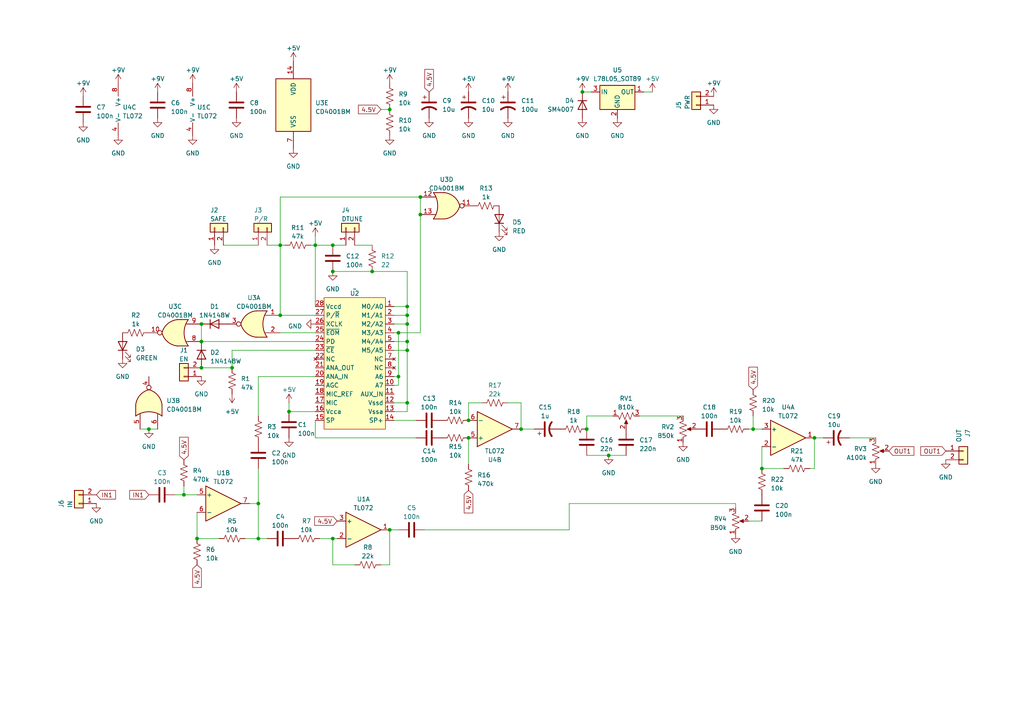
<source format=kicad_sch>
(kicad_sch (version 20230121) (generator eeschema)
  (paper "A4")
  (lib_symbols
    (symbol "Alex_Custom:ISD1000A"
      (property "Reference" "U" (at 0 0 0))
      (symbol "ISD1000A_0_1"
        (rectangle (start -8.89 -2.54) (end 8.89 -40.64) (fill (type background)))
      )
      (symbol "ISD1000A_1_1"
        (pin input line (at -11.43 -5.08 0) (length 2.54) (name "M0/A0") (number "1"))
        (pin input line (at -11.43 -27.94 0) (length 2.54) (name "A7") (number "10"))
        (pin input line (at -11.43 -30.48 0) (length 2.54) (name "AUX_IN") (number "11"))
        (pin power_in line (at -11.43 -33.02 0) (length 2.54) (name "Vssd") (number "12"))
        (pin power_in line (at -11.43 -35.56 0) (length 2.54) (name "Vssa") (number "13"))
        (pin output line (at -11.43 -38.1 0) (length 2.54) (name "SP+") (number "14"))
        (pin output line (at 11.43 -38.1 180) (length 2.54) (name "SP") (number "15"))
        (pin power_in line (at 11.43 -35.56 180) (length 2.54) (name "Vcca") (number "16"))
        (pin input line (at 11.43 -33.02 180) (length 2.54) (name "MIC") (number "17"))
        (pin input line (at 11.43 -30.48 180) (length 2.54) (name "MIC_REF") (number "18"))
        (pin input line (at 11.43 -27.94 180) (length 2.54) (name "AGC") (number "19"))
        (pin input line (at -11.43 -7.62 0) (length 2.54) (name "M1/A1") (number "2"))
        (pin input line (at 11.43 -25.4 180) (length 2.54) (name "ANA_IN") (number "20"))
        (pin output line (at 11.43 -22.86 180) (length 2.54) (name "ANA_OUT") (number "21"))
        (pin no_connect line (at 11.43 -20.32 180) (length 2.54) (name "NC") (number "22"))
        (pin input line (at 11.43 -17.78 180) (length 2.54) (name "~{CE}") (number "23"))
        (pin input line (at 11.43 -15.24 180) (length 2.54) (name "PD") (number "24"))
        (pin output line (at 11.43 -12.7 180) (length 2.54) (name "~{EOM}") (number "25"))
        (pin input line (at 11.43 -10.16 180) (length 2.54) (name "XCLK") (number "26"))
        (pin input line (at 11.43 -7.62 180) (length 2.54) (name "P/~{R}") (number "27"))
        (pin power_in line (at 11.43 -5.08 180) (length 2.54) (name "Vccd") (number "28"))
        (pin input line (at -11.43 -10.16 0) (length 2.54) (name "M2/A2") (number "3"))
        (pin input line (at -11.43 -12.7 0) (length 2.54) (name "M3/A3") (number "4"))
        (pin input line (at -11.43 -15.24 0) (length 2.54) (name "M4/A4") (number "5"))
        (pin input line (at -11.43 -17.78 0) (length 2.54) (name "M5/A5") (number "6"))
        (pin no_connect line (at -11.43 -20.32 0) (length 2.54) (name "NC") (number "7"))
        (pin no_connect line (at -11.43 -22.86 0) (length 2.54) (name "NC") (number "8"))
        (pin input line (at -11.43 -25.4 0) (length 2.54) (name "A6") (number "9"))
      )
    )
    (symbol "Amplifier_Operational:TL072" (pin_names (offset 0.127))
      (property "Reference" "U" (at 0 5.08 0))
      (property "Value" "TL072" (at 0 -5.08 0))
      (symbol "TL072_1_1"
        (polyline (pts (xy -5.08 5.08) (xy 5.08 0) (xy -5.08 -5.08) (xy -5.08 5.08)) (stroke (width 0.254)) (fill (type background)))
        (pin output line (at 7.62 0 180) (length 2.54) (name "~") (number "1"))
        (pin input line (at -7.62 -2.54 0) (length 2.54) (name "-") (number "2"))
        (pin input line (at -7.62 2.54 0) (length 2.54) (name "+") (number "3"))
      )
      (symbol "TL072_2_1"
        (polyline (pts (xy -5.08 5.08) (xy 5.08 0) (xy -5.08 -5.08) (xy -5.08 5.08)) (stroke (width 0.254)) (fill (type background)))
        (pin input line (at -7.62 2.54 0) (length 2.54) (name "+") (number "5"))
        (pin input line (at -7.62 -2.54 0) (length 2.54) (name "-") (number "6"))
        (pin output line (at 7.62 0 180) (length 2.54) (name "~") (number "7"))
      )
      (symbol "TL072_3_1"
        (pin power_in line (at -2.54 -7.62 90) (length 3.81) (name "V-") (number "4"))
        (pin power_in line (at -2.54 7.62 270) (length 3.81) (name "V+") (number "8"))
      )
    )
    (symbol "Connector_Generic:Conn_01x02" (pin_names (offset 1.016) hide)
      (property "Reference" "J" (at 0 2.54 0))
      (property "Value" "Conn_01x02" (at 0 -5.08 0))
      (symbol "Conn_01x02_1_1"
        (rectangle (start -1.27 -2.413) (end 0 -2.667) (stroke (width 0.1524)))
        (rectangle (start -1.27 0.127) (end 0 -0.127) (stroke (width 0.1524)))
        (rectangle (start -1.27 1.27) (end 1.27 -3.81) (stroke (width 0.254)) (fill (type background)))
        (pin passive line (at -5.08 0 0) (length 3.81) (name "Pin_1") (number "1"))
        (pin passive line (at -5.08 -2.54 0) (length 3.81) (name "Pin_2") (number "2"))
      )
    )
    (symbol "Device:C" (pin_numbers hide) (pin_names (offset 0.254))
      (property "Reference" "C" (at 0.635 2.54 0))
      (property "Value" "C" (at 0.635 -2.54 0))
      (symbol "C_0_1"
        (polyline (pts (xy -2.032 -0.762) (xy 2.032 -0.762)) (stroke (width 0.508)))
        (polyline (pts (xy -2.032 0.762) (xy 2.032 0.762)) (stroke (width 0.508)))
      )
      (symbol "C_1_1"
        (pin passive line (at 0 3.81 270) (length 2.794) (name "~") (number "1"))
        (pin passive line (at 0 -3.81 90) (length 2.794) (name "~") (number "2"))
      )
    )
    (symbol "Device:C_Polarized_US" (pin_numbers hide) (pin_names (offset 0.254) hide)
      (property "Reference" "C" (at 0.635 2.54 0))
      (property "Value" "C_Polarized_US" (at 0.635 -2.54 0))
      (symbol "C_Polarized_US_0_1"
        (polyline (pts (xy -2.032 0.762) (xy 2.032 0.762)) (stroke (width 0.508)))
        (polyline (pts (xy -1.778 2.286) (xy -0.762 2.286)))
        (polyline (pts (xy -1.27 1.778) (xy -1.27 2.794)))
        (arc (start 2.032 -1.27) (mid 0 -0.5572) (end -2.032 -1.27) (stroke (width 0.508)))
      )
      (symbol "C_Polarized_US_1_1"
        (pin passive line (at 0 3.81 270) (length 2.794) (name "~") (number "1"))
        (pin passive line (at 0 -3.81 90) (length 3.302) (name "~") (number "2"))
      )
    )
    (symbol "Device:LED" (pin_numbers hide) (pin_names (offset 1.016) hide)
      (property "Reference" "D" (at 0 2.54 0))
      (property "Value" "LED" (at 0 -2.54 0))
      (symbol "LED_0_1"
        (polyline (pts (xy -1.27 -1.27) (xy -1.27 1.27)) (stroke (width 0.254)))
        (polyline (pts (xy -1.27 0) (xy 1.27 0)))
        (polyline (pts (xy 1.27 -1.27) (xy 1.27 1.27) (xy -1.27 0) (xy 1.27 -1.27)) (stroke (width 0.254)))
        (polyline (pts (xy -3.048 -0.762) (xy -4.572 -2.286) (xy -3.81 -2.286) (xy -4.572 -2.286) (xy -4.572 -1.524)))
        (polyline (pts (xy -1.778 -0.762) (xy -3.302 -2.286) (xy -2.54 -2.286) (xy -3.302 -2.286) (xy -3.302 -1.524)))
      )
      (symbol "LED_1_1"
        (pin passive line (at -3.81 0 0) (length 2.54) (name "K") (number "1"))
        (pin passive line (at 3.81 0 180) (length 2.54) (name "A") (number "2"))
      )
    )
    (symbol "Device:R_Potentiometer_US" (pin_names (offset 1.016) hide)
      (property "Reference" "RV" (at -4.445 0 90))
      (property "Value" "R_Potentiometer_US" (at -2.54 0 90))
      (symbol "R_Potentiometer_US_0_1"
        (polyline (pts (xy 0 -2.286) (xy 0 -2.54)))
        (polyline (pts (xy 0 2.54) (xy 0 2.286)))
        (polyline (pts (xy 2.54 0) (xy 1.524 0)))
        (polyline (pts (xy 1.143 0) (xy 2.286 0.508) (xy 2.286 -0.508) (xy 1.143 0)) (fill (type outline)))
        (polyline (pts (xy 0 -0.762) (xy 1.016 -1.143) (xy 0 -1.524) (xy -1.016 -1.905) (xy 0 -2.286)))
        (polyline (pts (xy 0 0.762) (xy 1.016 0.381) (xy 0 0) (xy -1.016 -0.381) (xy 0 -0.762)))
        (polyline (pts (xy 0 2.286) (xy 1.016 1.905) (xy 0 1.524) (xy -1.016 1.143) (xy 0 0.762)))
      )
      (symbol "R_Potentiometer_US_1_1"
        (pin passive line (at 0 3.81 270) (length 1.27) (name "1") (number "1"))
        (pin passive line (at 3.81 0 180) (length 1.27) (name "2") (number "2"))
        (pin passive line (at 0 -3.81 90) (length 1.27) (name "3") (number "3"))
      )
    )
    (symbol "Device:R_US" (pin_numbers hide) (pin_names (offset 0))
      (property "Reference" "R" (at 2.54 0 90))
      (property "Value" "R_US" (at -2.54 0 90))
      (symbol "R_US_0_1"
        (polyline (pts (xy 0 -2.286) (xy 0 -2.54)))
        (polyline (pts (xy 0 2.286) (xy 0 2.54)))
        (polyline (pts (xy 0 -0.762) (xy 1.016 -1.143) (xy 0 -1.524) (xy -1.016 -1.905) (xy 0 -2.286)))
        (polyline (pts (xy 0 0.762) (xy 1.016 0.381) (xy 0 0) (xy -1.016 -0.381) (xy 0 -0.762)))
        (polyline (pts (xy 0 2.286) (xy 1.016 1.905) (xy 0 1.524) (xy -1.016 1.143) (xy 0 0.762)))
      )
      (symbol "R_US_1_1"
        (pin passive line (at 0 3.81 270) (length 1.27) (name "~") (number "1"))
        (pin passive line (at 0 -3.81 90) (length 1.27) (name "~") (number "2"))
      )
    )
    (symbol "Diode:1N4148W" (pin_numbers hide) (pin_names hide)
      (property "Reference" "D" (at 0 2.54 0))
      (property "Value" "1N4148W" (at 0 -2.54 0))
      (symbol "1N4148W_0_1"
        (polyline (pts (xy -1.27 1.27) (xy -1.27 -1.27)) (stroke (width 0.254)))
        (polyline (pts (xy 1.27 0) (xy -1.27 0)))
        (polyline (pts (xy 1.27 1.27) (xy 1.27 -1.27) (xy -1.27 0) (xy 1.27 1.27)) (stroke (width 0.254)))
      )
      (symbol "1N4148W_1_1"
        (pin passive line (at -3.81 0 0) (length 2.54) (name "K") (number "1"))
        (pin passive line (at 3.81 0 180) (length 2.54) (name "A") (number "2"))
      )
    )
    (symbol "Diode:SM4007" (pin_numbers hide) (pin_names hide)
      (property "Reference" "D" (at 0 2.54 0))
      (property "Value" "SM4007" (at 0 -2.54 0))
      (symbol "SM4007_0_1"
        (polyline (pts (xy -1.27 1.27) (xy -1.27 -1.27)) (stroke (width 0.254)))
        (polyline (pts (xy 1.27 0) (xy -1.27 0)))
        (polyline (pts (xy 1.27 1.27) (xy 1.27 -1.27) (xy -1.27 0) (xy 1.27 1.27)) (stroke (width 0.254)))
      )
      (symbol "SM4007_1_1"
        (pin passive line (at -3.81 0 0) (length 2.54) (name "K") (number "1"))
        (pin passive line (at 3.81 0 180) (length 2.54) (name "A") (number "2"))
      )
    )
    (symbol "PCM_4ms_IC:CD4001BM" (pin_names (offset 1.016))
      (property "Reference" "U" (at 0 1.27 0))
      (property "Value" "CD4001BM" (at 0 -1.27 0))
      (symbol "CD4001BM_1_1"
        (arc (start -3.81 -3.81) (mid -2.589 0) (end -3.81 3.81) (stroke (width 0.254)))
        (arc (start -0.6096 -3.81) (mid 2.1842 -2.5851) (end 3.81 0) (stroke (width 0.254)) (fill (type background)))
        (polyline (pts (xy -3.81 -3.81) (xy -0.635 -3.81)) (stroke (width 0.254)) (fill (type background)))
        (polyline (pts (xy -3.81 3.81) (xy -0.635 3.81)) (stroke (width 0.254)) (fill (type background)))
        (polyline (pts (xy -0.635 3.81) (xy -3.81 3.81) (xy -3.81 3.81) (xy -3.556 3.4036) (xy -3.0226 2.2606) (xy -2.6924 1.0414) (xy -2.6162 -0.254) (xy -2.7686 -1.4986) (xy -3.175 -2.7178) (xy -3.81 -3.81) (xy -3.81 -3.81) (xy -0.635 -3.81)) (stroke (width -25.4)) (fill (type background)))
        (arc (start 3.81 0) (mid 2.1915 2.5936) (end -0.6096 3.81) (stroke (width 0.254)) (fill (type background)))
        (pin input line (at -7.62 2.54 0) (length 4.318) (name "~") (number "1"))
        (pin input line (at -7.62 -2.54 0) (length 4.318) (name "~") (number "2"))
        (pin output inverted (at 7.62 0 180) (length 3.81) (name "~") (number "3"))
      )
      (symbol "CD4001BM_1_2"
        (arc (start 0 -3.81) (mid 3.7934 0) (end 0 3.81) (stroke (width 0.254)) (fill (type background)))
        (polyline (pts (xy 0 3.81) (xy -3.81 3.81) (xy -3.81 -3.81) (xy 0 -3.81)) (stroke (width 0.254)) (fill (type background)))
        (pin input inverted (at -7.62 2.54 0) (length 3.81) (name "~") (number "1"))
        (pin input inverted (at -7.62 -2.54 0) (length 3.81) (name "~") (number "2"))
        (pin output line (at 7.62 0 180) (length 3.81) (name "~") (number "3"))
      )
      (symbol "CD4001BM_2_1"
        (arc (start -3.81 -3.81) (mid -2.589 0) (end -3.81 3.81) (stroke (width 0.254)))
        (arc (start -0.6096 -3.81) (mid 2.1842 -2.5851) (end 3.81 0) (stroke (width 0.254)) (fill (type background)))
        (polyline (pts (xy -3.81 -3.81) (xy -0.635 -3.81)) (stroke (width 0.254)) (fill (type background)))
        (polyline (pts (xy -3.81 3.81) (xy -0.635 3.81)) (stroke (width 0.254)) (fill (type background)))
        (polyline (pts (xy -0.635 3.81) (xy -3.81 3.81) (xy -3.81 3.81) (xy -3.556 3.4036) (xy -3.0226 2.2606) (xy -2.6924 1.0414) (xy -2.6162 -0.254) (xy -2.7686 -1.4986) (xy -3.175 -2.7178) (xy -3.81 -3.81) (xy -3.81 -3.81) (xy -0.635 -3.81)) (stroke (width -25.4)) (fill (type background)))
        (arc (start 3.81 0) (mid 2.1915 2.5936) (end -0.6096 3.81) (stroke (width 0.254)) (fill (type background)))
        (pin output inverted (at 7.62 0 180) (length 3.81) (name "~") (number "4"))
        (pin input line (at -7.62 2.54 0) (length 4.318) (name "~") (number "5"))
        (pin input line (at -7.62 -2.54 0) (length 4.318) (name "~") (number "6"))
      )
      (symbol "CD4001BM_2_2"
        (arc (start 0 -3.81) (mid 3.7934 0) (end 0 3.81) (stroke (width 0.254)) (fill (type background)))
        (polyline (pts (xy 0 3.81) (xy -3.81 3.81) (xy -3.81 -3.81) (xy 0 -3.81)) (stroke (width 0.254)) (fill (type background)))
        (pin output line (at 7.62 0 180) (length 3.81) (name "~") (number "4"))
        (pin input inverted (at -7.62 2.54 0) (length 3.81) (name "~") (number "5"))
        (pin input inverted (at -7.62 -2.54 0) (length 3.81) (name "~") (number "6"))
      )
      (symbol "CD4001BM_3_1"
        (arc (start -3.81 -3.81) (mid -2.589 0) (end -3.81 3.81) (stroke (width 0.254)))
        (arc (start -0.6096 -3.81) (mid 2.1842 -2.5851) (end 3.81 0) (stroke (width 0.254)) (fill (type background)))
        (polyline (pts (xy -3.81 -3.81) (xy -0.635 -3.81)) (stroke (width 0.254)) (fill (type background)))
        (polyline (pts (xy -3.81 3.81) (xy -0.635 3.81)) (stroke (width 0.254)) (fill (type background)))
        (polyline (pts (xy -0.635 3.81) (xy -3.81 3.81) (xy -3.81 3.81) (xy -3.556 3.4036) (xy -3.0226 2.2606) (xy -2.6924 1.0414) (xy -2.6162 -0.254) (xy -2.7686 -1.4986) (xy -3.175 -2.7178) (xy -3.81 -3.81) (xy -3.81 -3.81) (xy -0.635 -3.81)) (stroke (width -25.4)) (fill (type background)))
        (arc (start 3.81 0) (mid 2.1915 2.5936) (end -0.6096 3.81) (stroke (width 0.254)) (fill (type background)))
        (pin output inverted (at 7.62 0 180) (length 3.81) (name "~") (number "10"))
        (pin input line (at -7.62 2.54 0) (length 4.318) (name "~") (number "8"))
        (pin input line (at -7.62 -2.54 0) (length 4.318) (name "~") (number "9"))
      )
      (symbol "CD4001BM_3_2"
        (arc (start 0 -3.81) (mid 3.7934 0) (end 0 3.81) (stroke (width 0.254)) (fill (type background)))
        (polyline (pts (xy 0 3.81) (xy -3.81 3.81) (xy -3.81 -3.81) (xy 0 -3.81)) (stroke (width 0.254)) (fill (type background)))
        (pin output line (at 7.62 0 180) (length 3.81) (name "~") (number "10"))
        (pin input inverted (at -7.62 2.54 0) (length 3.81) (name "~") (number "8"))
        (pin input inverted (at -7.62 -2.54 0) (length 3.81) (name "~") (number "9"))
      )
      (symbol "CD4001BM_4_1"
        (arc (start -3.81 -3.81) (mid -2.589 0) (end -3.81 3.81) (stroke (width 0.254)))
        (arc (start -0.6096 -3.81) (mid 2.1842 -2.5851) (end 3.81 0) (stroke (width 0.254)) (fill (type background)))
        (polyline (pts (xy -3.81 -3.81) (xy -0.635 -3.81)) (stroke (width 0.254)) (fill (type background)))
        (polyline (pts (xy -3.81 3.81) (xy -0.635 3.81)) (stroke (width 0.254)) (fill (type background)))
        (polyline (pts (xy -0.635 3.81) (xy -3.81 3.81) (xy -3.81 3.81) (xy -3.556 3.4036) (xy -3.0226 2.2606) (xy -2.6924 1.0414) (xy -2.6162 -0.254) (xy -2.7686 -1.4986) (xy -3.175 -2.7178) (xy -3.81 -3.81) (xy -3.81 -3.81) (xy -0.635 -3.81)) (stroke (width -25.4)) (fill (type background)))
        (arc (start 3.81 0) (mid 2.1915 2.5936) (end -0.6096 3.81) (stroke (width 0.254)) (fill (type background)))
        (pin output inverted (at 7.62 0 180) (length 3.81) (name "~") (number "11"))
        (pin input line (at -7.62 2.54 0) (length 4.318) (name "~") (number "12"))
        (pin input line (at -7.62 -2.54 0) (length 4.318) (name "~") (number "13"))
      )
      (symbol "CD4001BM_4_2"
        (arc (start 0 -3.81) (mid 3.7934 0) (end 0 3.81) (stroke (width 0.254)) (fill (type background)))
        (polyline (pts (xy 0 3.81) (xy -3.81 3.81) (xy -3.81 -3.81) (xy 0 -3.81)) (stroke (width 0.254)) (fill (type background)))
        (pin output line (at 7.62 0 180) (length 3.81) (name "~") (number "11"))
        (pin input inverted (at -7.62 2.54 0) (length 3.81) (name "~") (number "12"))
        (pin input inverted (at -7.62 -2.54 0) (length 3.81) (name "~") (number "13"))
      )
      (symbol "CD4001BM_5_0"
        (pin power_in line (at 0 12.7 270) (length 5.08) (name "VDD") (number "14"))
        (pin power_in line (at 0 -12.7 90) (length 5.08) (name "VSS") (number "7"))
      )
      (symbol "CD4001BM_5_1"
        (rectangle (start -5.08 7.62) (end 5.08 -7.62) (stroke (width 0.254)) (fill (type background)))
      )
    )
    (symbol "Regulator_Linear:L78L05_SOT89" (pin_names (offset 0.254))
      (property "Reference" "U" (at -3.81 3.175 0))
      (property "Value" "L78L05_SOT89" (at -0.635 3.175 0))
      (symbol "L78L05_SOT89_0_1"
        (rectangle (start -5.08 1.905) (end 5.08 -5.08) (stroke (width 0.254)) (fill (type background)))
      )
      (symbol "L78L05_SOT89_1_1"
        (pin power_out line (at 7.62 0 180) (length 2.54) (name "OUT") (number "1"))
        (pin power_in line (at 0 -7.62 90) (length 2.54) (name "GND") (number "2"))
        (pin power_in line (at -7.62 0 0) (length 2.54) (name "IN") (number "3"))
      )
    )
    (symbol "power:+5V" (power) (pin_names (offset 0))
      (property "Value" "+5V" (at 0 3.556 0))
      (symbol "+5V_0_1"
        (polyline (pts (xy -0.762 1.27) (xy 0 2.54)))
        (polyline (pts (xy 0 0) (xy 0 2.54)))
        (polyline (pts (xy 0 2.54) (xy 0.762 1.27)))
      )
      (symbol "+5V_1_1"
        (pin power_in line (at 0 0 90) (length 0) hide (name "+5V") (number "1"))
      )
    )
    (symbol "power:+9V" (power) (pin_names (offset 0))
      (property "Value" "+9V" (at 0 3.556 0))
      (symbol "+9V_0_1"
        (polyline (pts (xy -0.762 1.27) (xy 0 2.54)))
        (polyline (pts (xy 0 0) (xy 0 2.54)))
        (polyline (pts (xy 0 2.54) (xy 0.762 1.27)))
      )
      (symbol "+9V_1_1"
        (pin power_in line (at 0 0 90) (length 0) hide (name "+9V") (number "1"))
      )
    )
    (symbol "power:GND" (power) (pin_names (offset 0))
      (property "Value" "GND" (at 0 -3.81 0))
      (symbol "GND_0_1"
        (polyline (pts (xy 0 0) (xy 0 -1.27) (xy 1.27 -1.27) (xy 0 -2.54) (xy -1.27 -1.27) (xy 0 -1.27)))
      )
      (symbol "GND_1_1"
        (pin power_in line (at 0 0 270) (length 0) hide (name "GND") (number "1"))
      )
    )
  )
  (junction (at 83.82 119.38))
  (junction (at 236.22 127))
  (junction (at 170.18 124.46))
  (junction (at 118.11 93.98))
  (junction (at 121.92 57.15))
  (junction (at 176.53 132.08))
  (junction (at 74.93 146.05))
  (junction (at 218.44 124.46))
  (junction (at 67.31 106.68))
  (junction (at 135.89 121.92))
  (junction (at 118.11 116.84))
  (junction (at 121.92 62.23))
  (junction (at 53.34 143.51))
  (junction (at 96.52 156.21))
  (junction (at 113.03 153.67))
  (junction (at 107.95 78.74))
  (junction (at 118.11 91.44))
  (junction (at 96.52 78.74))
  (junction (at 118.11 99.06))
  (junction (at 115.57 96.52))
  (junction (at 81.28 91.44))
  (junction (at 113.03 31.75))
  (junction (at 91.44 71.12))
  (junction (at 168.91 26.67))
  (junction (at 151.13 124.46))
  (junction (at 118.11 88.9))
  (junction (at 118.11 101.6))
  (junction (at 220.98 135.89))
  (junction (at 58.42 99.06))
  (junction (at 74.93 156.21))
  (junction (at 96.52 71.12))
  (junction (at 135.89 127))
  (junction (at 57.15 156.21))
  (junction (at 115.57 109.22))
  (junction (at 58.42 106.68))
  (junction (at 58.42 93.98))
  (junction (at 43.18 124.46))
  (junction (at 81.28 71.12))
  (wire (pts (xy 121.92 57.15) (xy 121.92 62.23)))
  (wire (pts (xy 64.77 71.12) (xy 74.93 71.12)))
  (wire (pts (xy 218.44 120.65) (xy 218.44 124.46)))
  (wire (pts (xy 114.3 121.92) (xy 120.65 121.92)))
  (wire (pts (xy 218.44 124.46) (xy 217.17 124.46)))
  (wire (pts (xy 139.7 116.84) (xy 135.89 116.84)))
  (wire (pts (xy 110.49 31.75) (xy 113.03 31.75)))
  (wire (pts (xy 107.95 78.74) (xy 118.11 78.74)))
  (wire (pts (xy 227.33 135.89) (xy 220.98 135.89)))
  (wire (pts (xy 114.3 119.38) (xy 118.11 119.38)))
  (wire (pts (xy 123.19 153.67) (xy 165.1 153.67)))
  (wire (pts (xy 67.31 101.6) (xy 67.31 106.68)))
  (wire (pts (xy 170.18 132.08) (xy 176.53 132.08)))
  (wire (pts (xy 81.28 91.44) (xy 91.44 91.44)))
  (wire (pts (xy 83.82 119.38) (xy 91.44 119.38)))
  (wire (pts (xy 147.32 116.84) (xy 151.13 116.84)))
  (wire (pts (xy 96.52 71.12) (xy 100.33 71.12)))
  (wire (pts (xy 236.22 127) (xy 236.22 135.89)))
  (wire (pts (xy 81.28 71.12) (xy 81.28 91.44)))
  (wire (pts (xy 96.52 78.74) (xy 107.95 78.74)))
  (wire (pts (xy 168.91 26.67) (xy 171.45 26.67)))
  (wire (pts (xy 154.94 124.46) (xy 151.13 124.46)))
  (wire (pts (xy 74.93 109.22) (xy 74.93 120.65)))
  (wire (pts (xy 58.42 106.68) (xy 67.31 106.68)))
  (wire (pts (xy 90.17 71.12) (xy 91.44 71.12)))
  (wire (pts (xy 57.15 148.59) (xy 57.15 156.21)))
  (wire (pts (xy 96.52 156.21) (xy 97.79 156.21)))
  (wire (pts (xy 114.3 116.84) (xy 118.11 116.84)))
  (wire (pts (xy 74.93 146.05) (xy 74.93 135.89)))
  (wire (pts (xy 82.55 71.12) (xy 81.28 71.12)))
  (wire (pts (xy 81.28 96.52) (xy 91.44 96.52)))
  (wire (pts (xy 118.11 99.06) (xy 118.11 101.6)))
  (wire (pts (xy 115.57 111.76) (xy 115.57 109.22)))
  (wire (pts (xy 151.13 116.84) (xy 151.13 124.46)))
  (wire (pts (xy 135.89 116.84) (xy 135.89 121.92)))
  (wire (pts (xy 115.57 96.52) (xy 121.92 96.52)))
  (wire (pts (xy 170.18 120.65) (xy 170.18 124.46)))
  (wire (pts (xy 177.8 120.65) (xy 170.18 120.65)))
  (wire (pts (xy 118.11 119.38) (xy 118.11 116.84)))
  (wire (pts (xy 114.3 93.98) (xy 118.11 93.98)))
  (wire (pts (xy 58.42 99.06) (xy 91.44 99.06)))
  (wire (pts (xy 96.52 163.83) (xy 96.52 156.21)))
  (wire (pts (xy 238.76 127) (xy 236.22 127)))
  (wire (pts (xy 53.34 140.97) (xy 53.34 143.51)))
  (wire (pts (xy 40.64 124.46) (xy 43.18 124.46)))
  (wire (pts (xy 110.49 163.83) (xy 113.03 163.83)))
  (wire (pts (xy 91.44 71.12) (xy 91.44 88.9)))
  (wire (pts (xy 83.82 116.84) (xy 83.82 119.38)))
  (wire (pts (xy 217.17 151.13) (xy 220.98 151.13)))
  (wire (pts (xy 220.98 135.89) (xy 220.98 129.54)))
  (wire (pts (xy 189.23 26.67) (xy 186.69 26.67)))
  (wire (pts (xy 71.12 156.21) (xy 74.93 156.21)))
  (wire (pts (xy 91.44 68.58) (xy 91.44 71.12)))
  (wire (pts (xy 92.71 156.21) (xy 96.52 156.21)))
  (wire (pts (xy 102.87 71.12) (xy 107.95 71.12)))
  (wire (pts (xy 81.28 71.12) (xy 77.47 71.12)))
  (wire (pts (xy 165.1 153.67) (xy 165.1 146.05)))
  (wire (pts (xy 213.36 146.05) (xy 213.36 147.32)))
  (wire (pts (xy 254 127) (xy 246.38 127)))
  (wire (pts (xy 118.11 78.74) (xy 118.11 88.9)))
  (wire (pts (xy 115.57 96.52) (xy 115.57 109.22)))
  (wire (pts (xy 91.44 109.22) (xy 74.93 109.22)))
  (wire (pts (xy 234.95 135.89) (xy 236.22 135.89)))
  (wire (pts (xy 121.92 96.52) (xy 121.92 62.23)))
  (wire (pts (xy 114.3 101.6) (xy 118.11 101.6)))
  (wire (pts (xy 115.57 153.67) (xy 113.03 153.67)))
  (wire (pts (xy 135.89 134.62) (xy 135.89 127)))
  (wire (pts (xy 118.11 91.44) (xy 118.11 93.98)))
  (wire (pts (xy 165.1 146.05) (xy 213.36 146.05)))
  (wire (pts (xy 53.34 143.51) (xy 57.15 143.51)))
  (wire (pts (xy 102.87 163.83) (xy 96.52 163.83)))
  (wire (pts (xy 115.57 109.22) (xy 114.3 109.22)))
  (wire (pts (xy 50.8 143.51) (xy 53.34 143.51)))
  (wire (pts (xy 118.11 93.98) (xy 118.11 99.06)))
  (wire (pts (xy 113.03 163.83) (xy 113.03 153.67)))
  (wire (pts (xy 91.44 71.12) (xy 96.52 71.12)))
  (wire (pts (xy 57.15 156.21) (xy 63.5 156.21)))
  (wire (pts (xy 118.11 116.84) (xy 118.11 101.6)))
  (wire (pts (xy 91.44 127) (xy 120.65 127)))
  (wire (pts (xy 74.93 156.21) (xy 74.93 146.05)))
  (wire (pts (xy 185.42 120.65) (xy 198.12 120.65)))
  (wire (pts (xy 114.3 91.44) (xy 118.11 91.44)))
  (wire (pts (xy 77.47 156.21) (xy 74.93 156.21)))
  (wire (pts (xy 91.44 121.92) (xy 91.44 127)))
  (wire (pts (xy 220.98 124.46) (xy 218.44 124.46)))
  (wire (pts (xy 81.28 57.15) (xy 81.28 71.12)))
  (wire (pts (xy 114.3 88.9) (xy 118.11 88.9)))
  (wire (pts (xy 121.92 57.15) (xy 81.28 57.15)))
  (wire (pts (xy 43.18 124.46) (xy 45.72 124.46)))
  (wire (pts (xy 58.42 93.98) (xy 58.42 99.06)))
  (wire (pts (xy 118.11 88.9) (xy 118.11 91.44)))
  (wire (pts (xy 176.53 132.08) (xy 181.61 132.08)))
  (wire (pts (xy 114.3 96.52) (xy 115.57 96.52)))
  (wire (pts (xy 91.44 101.6) (xy 67.31 101.6)))
  (wire (pts (xy 72.39 146.05) (xy 74.93 146.05)))
  (wire (pts (xy 114.3 111.76) (xy 115.57 111.76)))
  (wire (pts (xy 114.3 99.06) (xy 118.11 99.06)))
  (global_label "4.5V" (shape input) (at 135.89 142.24 270) (property "Intersheetrefs" "${INTERSHEET_REFS}" (effects hide)))
  (global_label "4.5V" (shape input) (at 97.79 151.13 180) (property "Intersheetrefs" "${INTERSHEET_REFS}" (effects hide)))
  (global_label "OUT1" (shape input) (at 274.32 130.81 180) (property "Intersheetrefs" "${INTERSHEET_REFS}" (effects hide)))
  (global_label "4.5V" (shape input) (at 218.44 113.03 90) (property "Intersheetrefs" "${INTERSHEET_REFS}" (effects hide)))
  (global_label "4.5V" (shape input) (at 57.15 163.83 270) (property "Intersheetrefs" "${INTERSHEET_REFS}" (effects hide)))
  (global_label "4.5V" (shape input) (at 124.46 26.67 90) (property "Intersheetrefs" "${INTERSHEET_REFS}" (effects hide)))
  (global_label "IN1" (shape input) (at 43.18 143.51 180) (property "Intersheetrefs" "${INTERSHEET_REFS}" (effects hide)))
  (global_label "IN1" (shape input) (at 27.94 143.51 0) (property "Intersheetrefs" "${INTERSHEET_REFS}" (effects hide)))
  (global_label "4.5V" (shape input) (at 53.34 133.35 90) (property "Intersheetrefs" "${INTERSHEET_REFS}" (effects hide)))
  (global_label "OUT1" (shape input) (at 257.81 130.81 0) (property "Intersheetrefs" "${INTERSHEET_REFS}" (effects hide)))
  (global_label "4.5V" (shape input) (at 110.49 31.75 180) (property "Intersheetrefs" "${INTERSHEET_REFS}" (effects hide)))
  (symbol (lib_id "Device:C") (at 74.93 132.08 0) (unit 1)
    (property "Reference" "C2" (at 78.74 131.445 0) (effects (justify left)))
    (property "Value" "100n" (at 78.74 133.985 0) (effects (justify left)))
    (property "Footprint" "Capacitor_SMD:C_0603_1608Metric" (effects hide))
  )
  (symbol (lib_id "power:+5V") (at 189.23 26.67 0) (unit 1)
    (property "Reference" "#PWR029" (effects hide))
    (property "Value" "+5V" (at 189.23 22.86 0))
  )
  (symbol (lib_id "Device:R_US") (at 53.34 137.16 0) (unit 1)
    (property "Reference" "R4" (at 55.88 136.525 0) (effects (justify left)))
    (property "Value" "470k" (at 55.88 139.065 0) (effects (justify left)))
    (property "Footprint" "Resistor_SMD:R_0603_1608Metric" (effects hide))
  )
  (symbol (lib_id "Device:R_US") (at 231.14 135.89 90) (unit 1)
    (property "Reference" "R21" (at 231.14 130.81 90))
    (property "Value" "47k" (at 231.14 133.35 90))
    (property "Footprint" "Resistor_SMD:R_0603_1608Metric" (effects hide))
  )
  (symbol (lib_id "Device:R_US") (at 166.37 124.46 90) (unit 1)
    (property "Reference" "R18" (at 166.37 119.38 90))
    (property "Value" "1k" (at 166.37 121.92 90))
    (property "Footprint" "Resistor_SMD:R_0603_1608Metric" (effects hide))
  )
  (symbol (lib_id "Device:R_US") (at 113.03 27.94 180) (unit 1)
    (property "Reference" "R9" (at 115.57 27.305 0) (effects (justify right)))
    (property "Value" "10k" (at 115.57 29.845 0) (effects (justify right)))
    (property "Footprint" "Resistor_SMD:R_0603_1608Metric" (effects hide))
  )
  (symbol (lib_id "power:GND") (at 254 134.62 0) (unit 1)
    (property "Reference" "#PWR037" (effects hide))
    (property "Value" "GND" (at 254 139.7 0))
  )
  (symbol (lib_id "power:GND") (at 198.12 128.27 0) (unit 1)
    (property "Reference" "#PWR036" (effects hide))
    (property "Value" "GND" (at 198.12 133.35 0))
  )
  (symbol (lib_id "power:GND") (at 83.82 127 0) (unit 1)
    (property "Reference" "#PWR05" (effects hide))
    (property "Value" "GND" (at 83.82 132.08 0))
  )
  (symbol (lib_id "power:+5V") (at 135.89 26.67 0) (unit 1)
    (property "Reference" "#PWR022" (effects hide))
    (property "Value" "+5V" (at 135.89 22.86 0))
  )
  (symbol (lib_id "Device:C") (at 68.58 30.48 180) (unit 1)
    (property "Reference" "C8" (at 72.39 29.845 0) (effects (justify right)))
    (property "Value" "100n" (at 72.39 32.385 0) (effects (justify right)))
    (property "Footprint" "Capacitor_SMD:C_0603_1608Metric" (effects hide))
  )
  (symbol (lib_id "power:GND") (at 27.94 146.05 0) (unit 1)
    (property "Reference" "#PWR041" (effects hide))
    (property "Value" "GND" (at 27.94 151.13 0))
  )
  (symbol (lib_id "power:GND") (at 68.58 34.29 0) (unit 1)
    (property "Reference" "#PWR015" (effects hide))
    (property "Value" "GND" (at 68.58 39.37 0))
  )
  (symbol (lib_id "power:GND") (at 24.13 35.56 0) (unit 1)
    (property "Reference" "#PWR011" (effects hide))
    (property "Value" "GND" (at 24.13 40.64 0))
  )
  (symbol (lib_id "power:GND") (at 85.09 43.18 0) (unit 1)
    (property "Reference" "#PWR016" (effects hide))
    (property "Value" "GND" (at 85.09 48.26 0))
  )
  (symbol (lib_id "Device:R_US") (at 213.36 124.46 90) (unit 1)
    (property "Reference" "R19" (at 213.36 119.38 90))
    (property "Value" "10k" (at 213.36 121.92 90))
    (property "Footprint" "Resistor_SMD:R_0603_1608Metric" (effects hide))
  )
  (symbol (lib_id "power:GND") (at 179.07 34.29 0) (unit 1)
    (property "Reference" "#PWR028" (effects hide))
    (property "Value" "GND" (at 179.07 39.37 0))
  )
  (symbol (lib_id "Regulator_Linear:L78L05_SOT89") (at 179.07 26.67 0) (unit 1)
    (property "Reference" "U5" (at 179.07 20.32 0))
    (property "Value" "L78L05_SOT89" (at 179.07 22.86 0))
    (property "Footprint" "Package_TO_SOT_SMD:SOT-89-3" (effects hide))
    (property "Datasheet" "http://www.st.com/content/ccc/resource/technical/document/datasheet/15/55/e5/aa/23/5b/43/fd/CD00000446.pdf/files/CD00000446.pdf/jcr:content/translations/en.CD00000446.pdf" (effects hide))
  )
  (symbol (lib_id "Device:R_US") (at 132.08 127 90) (unit 1)
    (property "Reference" "R15" (at 132.08 129.54 90))
    (property "Value" "10k" (at 132.08 132.08 90))
    (property "Footprint" "Resistor_SMD:R_0603_1608Metric" (effects hide))
  )
  (symbol (lib_id "Device:C") (at 45.72 30.48 180) (unit 1)
    (property "Reference" "C6" (at 49.53 29.845 0) (effects (justify right)))
    (property "Value" "100n" (at 49.53 32.385 0) (effects (justify right)))
    (property "Footprint" "Capacitor_SMD:C_0603_1608Metric" (effects hide))
  )
  (symbol (lib_id "power:+5V") (at 67.31 114.3 180) (unit 1)
    (property "Reference" "#PWR026" (effects hide))
    (property "Value" "+5V" (at 67.31 119.38 0))
  )
  (symbol (lib_id "Device:C") (at 81.28 156.21 90) (unit 1)
    (property "Reference" "C4" (at 81.28 149.86 90))
    (property "Value" "100n" (at 81.28 152.4 90))
    (property "Footprint" "Capacitor_SMD:C_0603_1608Metric" (effects hide))
  )
  (symbol (lib_id "power:GND") (at 168.91 34.29 0) (unit 1)
    (property "Reference" "#PWR030" (effects hide))
    (property "Value" "GND" (at 168.91 39.37 0))
  )
  (symbol (lib_id "Device:C_Polarized_US") (at 242.57 127 90) (unit 1)
    (property "Reference" "C19" (at 241.935 120.65 90))
    (property "Value" "10u" (at 241.935 123.19 90))
    (property "Footprint" "Capacitor_THT:CP_Radial_D6.3mm_P2.50mm" (effects hide))
  )
  (symbol (lib_id "power:+5V") (at 68.58 26.67 0) (unit 1)
    (property "Reference" "#PWR024" (effects hide))
    (property "Value" "+5V" (at 68.58 22.86 0))
  )
  (symbol (lib_id "power:+9V") (at 168.91 26.67 0) (unit 1)
    (property "Reference" "#PWR027" (effects hide))
    (property "Value" "+9V" (at 168.91 22.86 0))
  )
  (symbol (lib_id "Device:C") (at 170.18 128.27 0) (unit 1)
    (property "Reference" "C16" (at 173.99 127.635 0) (effects (justify left)))
    (property "Value" "22n" (at 173.99 130.175 0) (effects (justify left)))
    (property "Footprint" "Capacitor_SMD:C_0603_1608Metric" (effects hide))
  )
  (symbol (lib_id "power:GND") (at 176.53 132.08 0) (unit 1)
    (property "Reference" "#PWR034" (effects hide))
    (property "Value" "GND" (at 176.53 137.16 0))
  )
  (symbol (lib_id "Device:C") (at 83.82 123.19 0) (unit 1)
    (property "Reference" "C1" (at 86.36 123.19 0) (effects (justify left)))
    (property "Value" "100n" (at 86.36 125.73 0) (effects (justify left)))
    (property "Footprint" "Capacitor_SMD:C_0603_1608Metric" (effects hide))
  )
  (symbol (lib_id "Device:C") (at 124.46 121.92 90) (unit 1)
    (property "Reference" "C13" (at 124.46 115.57 90))
    (property "Value" "100n" (at 124.46 118.11 90))
    (property "Footprint" "Capacitor_SMD:C_0603_1608Metric" (effects hide))
  )
  (symbol (lib_id "Device:R_US") (at 140.97 59.69 90) (unit 1)
    (property "Reference" "R13" (at 140.97 54.61 90))
    (property "Value" "1k" (at 140.97 57.15 90))
    (property "Footprint" "Resistor_SMD:R_0603_1608Metric" (effects hide))
  )
  (symbol (lib_id "power:+9V") (at 147.32 26.67 0) (unit 1)
    (property "Reference" "#PWR021" (effects hide))
    (property "Value" "+9V" (at 147.32 22.86 0))
  )
  (symbol (lib_id "Device:R_US") (at 57.15 160.02 180) (unit 1)
    (property "Reference" "R6" (at 59.69 159.385 0) (effects (justify right)))
    (property "Value" "10k" (at 59.69 161.925 0) (effects (justify right)))
    (property "Footprint" "Resistor_SMD:R_0603_1608Metric" (effects hide))
  )
  (symbol (lib_id "Device:R_Potentiometer_US") (at 198.12 124.46 0) (mirror x) (unit 1)
    (property "Reference" "RV2" (at 195.58 123.825 0) (effects (justify right)))
    (property "Value" "B50k" (at 195.58 126.365 0) (effects (justify right)))
    (property "Footprint" "Potentiometer_THT:Potentiometer_Alpha_RD901F-40-00D_Single_Vertical" (effects hide))
  )
  (symbol (lib_id "PCM_4ms_IC:CD4001BM") (at 85.09 30.48 0) (unit 5)
    (property "Reference" "U3" (at 91.44 29.845 0) (effects (justify left)))
    (property "Value" "CD4001BM" (at 91.44 32.385 0) (effects (justify left)))
    (property "Footprint" "Package_SO:SO-14_3.9x8.65mm_P1.27mm" (effects hide))
    (property "Specifications" "CMOS, NOR Gate, Quad 2-In, SOIC-14" (effects hide))
    (property "Manufacturer" "Texas Instruments" (effects hide))
    (property "Part Number" "CD4001BM" (effects hide))
    (property "Manufacturer 2" "Texas Instruments" (effects hide))
    (property "Part Number 2" "CD4001BM96" (effects hide))
  )
  (symbol (lib_id "power:GND") (at 58.42 109.22 0) (unit 1)
    (property "Reference" "#PWR02" (effects hide))
    (property "Value" "GND" (at 58.42 114.3 0))
  )
  (symbol (lib_id "Alex_Custom:ISD1000A") (at 102.87 83.82 0) (mirror y) (unit 1)
    (property "Reference" "U2" (at 102.87 85.09 0))
    (property "Value" "~" (at 102.87 83.82 0))
    (property "Footprint" "Package_DIP:DIP-28_W15.24mm_LongPads" (effects hide))
  )
  (symbol (lib_id "Device:R_US") (at 220.98 139.7 180) (unit 1)
    (property "Reference" "R22" (at 223.52 139.065 0) (effects (justify right)))
    (property "Value" "10k" (at 223.52 141.605 0) (effects (justify right)))
    (property "Footprint" "Resistor_SMD:R_0603_1608Metric" (effects hide))
  )
  (symbol (lib_id "power:+9V") (at 34.29 24.13 0) (unit 1)
    (property "Reference" "#PWR012" (effects hide))
    (property "Value" "+9V" (at 34.29 20.32 0))
  )
  (symbol (lib_id "power:+9V") (at 207.01 27.94 0) (unit 1)
    (property "Reference" "#PWR040" (effects hide))
    (property "Value" "+9V" (at 207.01 24.13 0))
  )
  (symbol (lib_id "Device:R_US") (at 132.08 121.92 90) (unit 1)
    (property "Reference" "R14" (at 132.08 116.84 90))
    (property "Value" "10k" (at 132.08 119.38 90))
    (property "Footprint" "Resistor_SMD:R_0603_1608Metric" (effects hide))
  )
  (symbol (lib_id "Device:C") (at 119.38 153.67 90) (unit 1)
    (property "Reference" "C5" (at 119.38 147.32 90))
    (property "Value" "100n" (at 119.38 149.86 90))
    (property "Footprint" "Capacitor_SMD:C_0603_1608Metric" (effects hide))
  )
  (symbol (lib_id "Amplifier_Operational:TL072") (at 64.77 146.05 0) (unit 2)
    (property "Reference" "U1" (at 64.77 137.16 0))
    (property "Value" "TL072" (at 64.77 139.7 0))
    (property "Footprint" "Package_SO:SOIC-8_3.9x4.9mm_P1.27mm" (effects hide))
    (property "Datasheet" "http://www.ti.com/lit/ds/symlink/tl071.pdf" (effects hide))
  )
  (symbol (lib_id "power:GND") (at 274.32 133.35 0) (unit 1)
    (property "Reference" "#PWR042" (effects hide))
    (property "Value" "GND" (at 274.32 138.43 0))
  )
  (symbol (lib_id "Device:R_US") (at 67.31 110.49 0) (unit 1)
    (property "Reference" "R1" (at 69.85 109.855 0) (effects (justify left)))
    (property "Value" "47k" (at 69.85 112.395 0) (effects (justify left)))
    (property "Footprint" "Resistor_SMD:R_0603_1608Metric" (effects hide))
  )
  (symbol (lib_id "Connector_Generic:Conn_01x02") (at 100.33 66.04 90) (unit 1)
    (property "Reference" "J4" (at 99.06 60.96 90) (effects (justify right)))
    (property "Value" "DTUNE" (at 99.06 63.5 90) (effects (justify right)))
    (property "Footprint" "Connector_PinHeader_2.54mm:PinHeader_1x02_P2.54mm_Vertical" (effects hide))
  )
  (symbol (lib_id "power:+5V") (at 91.44 68.58 0) (unit 1)
    (property "Reference" "#PWR032" (effects hide))
    (property "Value" "+5V" (at 91.44 64.77 0))
  )
  (symbol (lib_id "Device:C") (at 124.46 127 90) (unit 1)
    (property "Reference" "C14" (at 124.46 130.81 90))
    (property "Value" "100n" (at 124.46 133.35 90))
    (property "Footprint" "Capacitor_SMD:C_0603_1608Metric" (effects hide))
  )
  (symbol (lib_id "power:+5V") (at 85.09 17.78 0) (unit 1)
    (property "Reference" "#PWR023" (effects hide))
    (property "Value" "+5V" (at 85.09 13.97 0))
  )
  (symbol (lib_id "power:GND") (at 35.56 104.14 0) (unit 1)
    (property "Reference" "#PWR03" (effects hide))
    (property "Value" "GND" (at 35.56 109.22 0))
  )
  (symbol (lib_id "Device:R_US") (at 86.36 71.12 90) (unit 1)
    (property "Reference" "R11" (at 86.36 66.04 90))
    (property "Value" "47k" (at 86.36 68.58 90))
    (property "Footprint" "Resistor_SMD:R_0603_1608Metric" (effects hide))
  )
  (symbol (lib_id "PCM_4ms_IC:CD4001BM") (at 73.66 93.98 0) (mirror y) (unit 1)
    (property "Reference" "U3" (at 73.66 86.36 0))
    (property "Value" "CD4001BM" (at 73.66 88.9 0))
    (property "Footprint" "Package_SO:SO-14_3.9x8.65mm_P1.27mm" (effects hide))
    (property "Specifications" "CMOS, NOR Gate, Quad 2-In, SOIC-14" (effects hide))
    (property "Manufacturer" "Texas Instruments" (effects hide))
    (property "Part Number" "CD4001BM" (effects hide))
    (property "Manufacturer 2" "Texas Instruments" (effects hide))
    (property "Part Number 2" "CD4001BM96" (effects hide))
  )
  (symbol (lib_id "Device:C_Polarized_US") (at 147.32 30.48 0) (unit 1)
    (property "Reference" "C11" (at 151.13 29.21 0) (effects (justify left)))
    (property "Value" "100u" (at 151.13 31.75 0) (effects (justify left)))
    (property "Footprint" "Capacitor_THT:CP_Radial_D6.3mm_P2.50mm" (effects hide))
  )
  (symbol (lib_id "Device:R_Potentiometer_US") (at 213.36 151.13 0) (mirror x) (unit 1)
    (property "Reference" "RV4" (at 210.82 150.495 0) (effects (justify right)))
    (property "Value" "B50k" (at 210.82 153.035 0) (effects (justify right)))
    (property "Footprint" "Potentiometer_THT:Potentiometer_Alpha_RD901F-40-00D_Single_Vertical" (effects hide))
  )
  (symbol (lib_id "power:GND") (at 147.32 34.29 0) (unit 1)
    (property "Reference" "#PWR020" (effects hide))
    (property "Value" "GND" (at 147.32 39.37 0))
  )
  (symbol (lib_id "power:GND") (at 207.01 30.48 0) (unit 1)
    (property "Reference" "#PWR039" (effects hide))
    (property "Value" "GND" (at 207.01 35.56 0))
  )
  (symbol (lib_id "power:GND") (at 34.29 39.37 0) (unit 1)
    (property "Reference" "#PWR013" (effects hide))
    (property "Value" "GND" (at 34.29 44.45 0))
  )
  (symbol (lib_id "power:+9V") (at 113.03 24.13 0) (unit 1)
    (property "Reference" "#PWR017" (effects hide))
    (property "Value" "+9V" (at 113.03 20.32 0))
  )
  (symbol (lib_id "Amplifier_Operational:TL072") (at 105.41 153.67 0) (unit 1)
    (property "Reference" "U1" (at 105.41 144.78 0))
    (property "Value" "TL072" (at 105.41 147.32 0))
    (property "Footprint" "Package_SO:SOIC-8_3.9x4.9mm_P1.27mm" (effects hide))
    (property "Datasheet" "http://www.ti.com/lit/ds/symlink/tl071.pdf" (effects hide))
  )
  (symbol (lib_id "power:GND") (at 124.46 34.29 0) (unit 1)
    (property "Reference" "#PWR018" (effects hide))
    (property "Value" "GND" (at 124.46 39.37 0))
  )
  (symbol (lib_id "Diode:1N4148W") (at 62.23 93.98 0) (unit 1)
    (property "Reference" "D1" (at 62.23 88.9 0))
    (property "Value" "1N4148W" (at 62.23 91.44 0))
    (property "Footprint" "Diode_SMD:D_SOD-123" (effects hide))
    (property "Datasheet" "https://www.vishay.com/docs/85748/1n4148w.pdf" (effects hide))
    (property "Sim.Device" "D" (effects hide))
    (property "Sim.Pins" "1=K 2=A" (effects hide))
  )
  (symbol (lib_id "Device:LED") (at 144.78 63.5 90) (unit 1)
    (property "Reference" "D5" (at 148.59 64.4525 90) (effects (justify right)))
    (property "Value" "RED" (at 148.59 66.9925 90) (effects (justify right)))
    (property "Footprint" "LED_THT:LED_D5.0mm" (effects hide))
  )
  (symbol (lib_id "power:+9V") (at 55.88 24.13 0) (unit 1)
    (property "Reference" "#PWR06" (effects hide))
    (property "Value" "+9V" (at 55.88 20.32 0))
  )
  (symbol (lib_id "Device:LED") (at 35.56 100.33 90) (unit 1)
    (property "Reference" "D3" (at 39.37 101.2825 90) (effects (justify right)))
    (property "Value" "GREEN" (at 39.37 103.8225 90) (effects (justify right)))
    (property "Footprint" "LED_THT:LED_D5.0mm" (effects hide))
  )
  (symbol (lib_id "Amplifier_Operational:TL072") (at 143.51 124.46 0) (mirror x) (unit 2)
    (property "Reference" "U4" (at 143.51 133.35 0))
    (property "Value" "TL072" (at 143.51 130.81 0))
    (property "Footprint" "Package_SO:SOIC-8_3.9x4.9mm_P1.27mm" (effects hide))
    (property "Datasheet" "http://www.ti.com/lit/ds/symlink/tl071.pdf" (effects hide))
  )
  (symbol (lib_id "Device:R_US") (at 113.03 35.56 180) (unit 1)
    (property "Reference" "R10" (at 115.57 34.925 0) (effects (justify right)))
    (property "Value" "10k" (at 115.57 37.465 0) (effects (justify right)))
    (property "Footprint" "Resistor_SMD:R_0603_1608Metric" (effects hide))
  )
  (symbol (lib_id "Device:C") (at 205.74 124.46 90) (unit 1)
    (property "Reference" "C18" (at 205.74 118.11 90))
    (property "Value" "100n" (at 205.74 120.65 90))
    (property "Footprint" "Capacitor_SMD:C_0603_1608Metric" (effects hide))
  )
  (symbol (lib_id "Connector_Generic:Conn_01x02") (at 53.34 109.22 180) (unit 1)
    (property "Reference" "J1" (at 53.34 101.6 0))
    (property "Value" "EN" (at 53.34 104.14 0))
    (property "Footprint" "Connector_PinHeader_2.54mm:PinHeader_1x02_P2.54mm_Vertical" (effects hide))
  )
  (symbol (lib_id "power:GND") (at 213.36 154.94 0) (unit 1)
    (property "Reference" "#PWR038" (effects hide))
    (property "Value" "GND" (at 213.36 160.02 0))
  )
  (symbol (lib_id "power:+9V") (at 45.72 26.67 0) (unit 1)
    (property "Reference" "#PWR08" (effects hide))
    (property "Value" "+9V" (at 45.72 22.86 0))
  )
  (symbol (lib_id "Device:R_US") (at 67.31 156.21 90) (unit 1)
    (property "Reference" "R5" (at 67.31 151.13 90))
    (property "Value" "10k" (at 67.31 153.67 90))
    (property "Footprint" "Resistor_SMD:R_0603_1608Metric" (effects hide))
  )
  (symbol (lib_id "Device:R_Potentiometer_US") (at 254 130.81 0) (mirror x) (unit 1)
    (property "Reference" "RV3" (at 251.46 130.175 0) (effects (justify right)))
    (property "Value" "A100k" (at 251.46 132.715 0) (effects (justify right)))
    (property "Footprint" "Potentiometer_THT:Potentiometer_Alpha_RD901F-40-00D_Single_Vertical" (effects hide))
  )
  (symbol (lib_id "Device:R_Potentiometer_US") (at 181.61 120.65 90) (mirror x) (unit 1)
    (property "Reference" "RV1" (at 181.61 115.57 90))
    (property "Value" "B10k" (at 181.61 118.11 90))
    (property "Footprint" "Potentiometer_THT:Potentiometer_Alpha_RD901F-40-00D_Single_Vertical" (effects hide))
  )
  (symbol (lib_id "Device:R_US") (at 135.89 138.43 0) (unit 1)
    (property "Reference" "R16" (at 138.43 137.795 0) (effects (justify left)))
    (property "Value" "470k" (at 138.43 140.335 0) (effects (justify left)))
    (property "Footprint" "Resistor_SMD:R_0603_1608Metric" (effects hide))
  )
  (symbol (lib_id "power:GND") (at 135.89 34.29 0) (unit 1)
    (property "Reference" "#PWR019" (effects hide))
    (property "Value" "GND" (at 135.89 39.37 0))
  )
  (symbol (lib_id "Device:C") (at 96.52 74.93 0) (unit 1)
    (property "Reference" "C12" (at 100.33 74.295 0) (effects (justify left)))
    (property "Value" "100n" (at 100.33 76.835 0) (effects (justify left)))
    (property "Footprint" "Capacitor_SMD:C_0603_1608Metric" (effects hide))
  )
  (symbol (lib_id "power:GND") (at 45.72 34.29 0) (unit 1)
    (property "Reference" "#PWR09" (effects hide))
    (property "Value" "GND" (at 45.72 39.37 0))
  )
  (symbol (lib_id "Connector_Generic:Conn_01x02") (at 22.86 146.05 180) (unit 1)
    (property "Reference" "J6" (at 17.78 147.32 90) (effects (justify right)))
    (property "Value" "IN" (at 20.32 147.32 90) (effects (justify right)))
    (property "Footprint" "Connector_PinHeader_2.54mm:PinHeader_1x02_P2.54mm_Vertical" (effects hide))
  )
  (symbol (lib_id "Device:R_US") (at 143.51 116.84 90) (unit 1)
    (property "Reference" "R17" (at 143.51 111.76 90))
    (property "Value" "22k" (at 143.51 114.3 90))
    (property "Footprint" "Resistor_SMD:R_0603_1608Metric" (effects hide))
  )
  (symbol (lib_id "Connector_Generic:Conn_01x02") (at 279.4 130.81 0) (unit 1)
    (property "Reference" "J7" (at 280.67 124.46 90) (effects (justify right)))
    (property "Value" "OUT" (at 278.13 124.46 90) (effects (justify right)))
    (property "Footprint" "Connector_PinHeader_2.54mm:PinHeader_1x02_P2.54mm_Vertical" (effects hide))
  )
  (symbol (lib_id "Device:R_US") (at 39.37 96.52 90) (unit 1)
    (property "Reference" "R2" (at 39.37 91.44 90))
    (property "Value" "1k" (at 39.37 93.98 90))
    (property "Footprint" "Resistor_SMD:R_0603_1608Metric" (effects hide))
  )
  (symbol (lib_id "power:GND") (at 91.44 93.98 270) (unit 1)
    (property "Reference" "#PWR01" (effects hide))
    (property "Value" "GND" (at 87.63 94.615 90) (effects (justify right)))
  )
  (symbol (lib_id "PCM_4ms_IC:CD4001BM") (at 50.8 96.52 180) (unit 3)
    (property "Reference" "U3" (at 50.8 88.9 0))
    (property "Value" "CD4001BM" (at 50.8 91.44 0))
    (property "Footprint" "Package_SO:SO-14_3.9x8.65mm_P1.27mm" (effects hide))
    (property "Specifications" "CMOS, NOR Gate, Quad 2-In, SOIC-14" (effects hide))
    (property "Manufacturer" "Texas Instruments" (effects hide))
    (property "Part Number" "CD4001BM" (effects hide))
    (property "Manufacturer 2" "Texas Instruments" (effects hide))
    (property "Part Number 2" "CD4001BM96" (effects hide))
  )
  (symbol (lib_id "Connector_Generic:Conn_01x02") (at 201.93 30.48 180) (unit 1)
    (property "Reference" "J5" (at 196.85 31.75 90) (effects (justify right)))
    (property "Value" "PWR" (at 199.39 31.75 90) (effects (justify right)))
    (property "Footprint" "Connector_PinHeader_2.54mm:PinHeader_1x02_P2.54mm_Vertical" (effects hide))
  )
  (symbol (lib_id "Device:R_US") (at 88.9 156.21 90) (unit 1)
    (property "Reference" "R7" (at 88.9 151.13 90))
    (property "Value" "10k" (at 88.9 153.67 90))
    (property "Footprint" "Resistor_SMD:R_0603_1608Metric" (effects hide))
  )
  (symbol (lib_id "PCM_4ms_IC:CD4001BM") (at 129.54 59.69 0) (unit 4)
    (property "Reference" "U3" (at 129.54 52.07 0))
    (property "Value" "CD4001BM" (at 129.54 54.61 0))
    (property "Footprint" "Package_SO:SO-14_3.9x8.65mm_P1.27mm" (effects hide))
    (property "Specifications" "CMOS, NOR Gate, Quad 2-In, SOIC-14" (effects hide))
    (property "Manufacturer" "Texas Instruments" (effects hide))
    (property "Part Number" "CD4001BM" (effects hide))
    (property "Manufacturer 2" "Texas Instruments" (effects hide))
    (property "Part Number 2" "CD4001BM96" (effects hide))
  )
  (symbol (lib_id "power:GND") (at 43.18 124.46 0) (unit 1)
    (property "Reference" "#PWR04" (effects hide))
    (property "Value" "GND" (at 43.18 129.54 0))
  )
  (symbol (lib_id "Device:R_US") (at 74.93 124.46 0) (unit 1)
    (property "Reference" "R3" (at 77.47 123.825 0) (effects (justify left)))
    (property "Value" "10k" (at 77.47 126.365 0) (effects (justify left)))
    (property "Footprint" "Resistor_SMD:R_0603_1608Metric" (effects hide))
  )
  (symbol (lib_id "Device:C") (at 181.61 128.27 0) (unit 1)
    (property "Reference" "C17" (at 185.42 127.635 0) (effects (justify left)))
    (property "Value" "220n" (at 185.42 130.175 0) (effects (justify left)))
    (property "Footprint" "Capacitor_SMD:C_0603_1608Metric" (effects hide))
  )
  (symbol (lib_id "Device:R_US") (at 107.95 74.93 180) (unit 1)
    (property "Reference" "R12" (at 110.49 74.295 0) (effects (justify right)))
    (property "Value" "22" (at 110.49 76.835 0) (effects (justify right)))
    (property "Footprint" "Resistor_SMD:R_0603_1608Metric" (effects hide))
  )
  (symbol (lib_id "Device:C_Polarized_US") (at 135.89 30.48 0) (unit 1)
    (property "Reference" "C10" (at 139.7 29.21 0) (effects (justify left)))
    (property "Value" "10u" (at 139.7 31.75 0) (effects (justify left)))
    (property "Footprint" "Capacitor_THT:CP_Radial_D6.3mm_P2.50mm" (effects hide))
  )
  (symbol (lib_id "Device:C_Polarized_US") (at 158.75 124.46 90) (unit 1)
    (property "Reference" "C15" (at 158.115 118.11 90))
    (property "Value" "1u" (at 158.115 120.65 90))
    (property "Footprint" "Capacitor_THT:CP_Radial_D6.3mm_P2.50mm" (effects hide))
  )
  (symbol (lib_id "Device:R_US") (at 218.44 116.84 180) (unit 1)
    (property "Reference" "R20" (at 220.98 116.205 0) (effects (justify right)))
    (property "Value" "10k" (at 220.98 118.745 0) (effects (justify right)))
    (property "Footprint" "Resistor_SMD:R_0603_1608Metric" (effects hide))
  )
  (symbol (lib_id "power:+9V") (at 24.13 27.94 0) (unit 1)
    (property "Reference" "#PWR010" (effects hide))
    (property "Value" "+9V" (at 24.13 24.13 0))
  )
  (symbol (lib_id "PCM_4ms_IC:CD4001BM") (at 43.18 116.84 90) (unit 2)
    (property "Reference" "U3" (at 48.26 116.205 90) (effects (justify right)))
    (property "Value" "CD4001BM" (at 48.26 118.745 90) (effects (justify right)))
    (property "Footprint" "Package_SO:SO-14_3.9x8.65mm_P1.27mm" (effects hide))
    (property "Specifications" "CMOS, NOR Gate, Quad 2-In, SOIC-14" (effects hide))
    (property "Manufacturer" "Texas Instruments" (effects hide))
    (property "Part Number" "CD4001BM" (effects hide))
    (property "Manufacturer 2" "Texas Instruments" (effects hide))
    (property "Part Number 2" "CD4001BM96" (effects hide))
  )
  (symbol (lib_id "Amplifier_Operational:TL072") (at 36.83 31.75 0) (unit 3)
    (property "Reference" "U4" (at 35.56 31.115 0) (effects (justify left)))
    (property "Value" "TL072" (at 35.56 33.655 0) (effects (justify left)))
    (property "Footprint" "Package_SO:SOIC-8_3.9x4.9mm_P1.27mm" (effects hide))
    (property "Datasheet" "http://www.ti.com/lit/ds/symlink/tl071.pdf" (effects hide))
  )
  (symbol (lib_id "power:GND") (at 62.23 71.12 0) (unit 1)
    (property "Reference" "#PWR031" (effects hide))
    (property "Value" "GND" (at 62.23 76.2 0))
  )
  (symbol (lib_id "Connector_Generic:Conn_01x02") (at 74.93 66.04 90) (unit 1)
    (property "Reference" "J3" (at 73.66 60.96 90) (effects (justify right)))
    (property "Value" "P/R" (at 73.66 63.5 90) (effects (justify right)))
    (property "Footprint" "Connector_PinHeader_2.54mm:PinHeader_1x02_P2.54mm_Vertical" (effects hide))
  )
  (symbol (lib_id "Connector_Generic:Conn_01x02") (at 62.23 66.04 90) (unit 1)
    (property "Reference" "J2" (at 60.96 60.96 90) (effects (justify right)))
    (property "Value" "SAFE" (at 60.96 63.5 90) (effects (justify right)))
    (property "Footprint" "Connector_PinHeader_2.54mm:PinHeader_1x02_P2.54mm_Vertical" (effects hide))
  )
  (symbol (lib_id "power:GND") (at 113.03 39.37 0) (unit 1)
    (property "Reference" "#PWR014" (effects hide))
    (property "Value" "GND" (at 113.03 44.45 0))
  )
  (symbol (lib_id "power:GND") (at 144.78 67.31 0) (unit 1)
    (property "Reference" "#PWR035" (effects hide))
    (property "Value" "GND" (at 144.78 72.39 0))
  )
  (symbol (lib_id "Diode:1N4148W") (at 58.42 102.87 270) (unit 1)
    (property "Reference" "D2" (at 60.96 102.235 90) (effects (justify left)))
    (property "Value" "1N4148W" (at 60.96 104.775 90) (effects (justify left)))
    (property "Footprint" "Diode_SMD:D_SOD-123" (effects hide))
    (property "Datasheet" "https://www.vishay.com/docs/85748/1n4148w.pdf" (effects hide))
    (property "Sim.Device" "D" (effects hide))
    (property "Sim.Pins" "1=K 2=A" (effects hide))
  )
  (symbol (lib_id "power:GND") (at 55.88 39.37 0) (unit 1)
    (property "Reference" "#PWR07" (effects hide))
    (property "Value" "GND" (at 55.88 44.45 0))
  )
  (symbol (lib_id "power:GND") (at 96.52 78.74 0) (unit 1)
    (property "Reference" "#PWR033" (effects hide))
    (property "Value" "GND" (at 96.52 83.82 0))
  )
  (symbol (lib_id "Device:C") (at 46.99 143.51 90) (unit 1)
    (property "Reference" "C3" (at 46.99 137.16 90))
    (property "Value" "100n" (at 46.99 139.7 90))
    (property "Footprint" "Capacitor_SMD:C_0603_1608Metric" (effects hide))
  )
  (symbol (lib_id "Device:C") (at 24.13 31.75 180) (unit 1)
    (property "Reference" "C7" (at 27.94 31.115 0) (effects (justify right)))
    (property "Value" "100n" (at 27.94 33.655 0) (effects (justify right)))
    (property "Footprint" "Capacitor_SMD:C_0603_1608Metric" (effects hide))
  )
  (symbol (lib_id "Diode:SM4007") (at 168.91 30.48 270) (unit 1)
    (property "Reference" "D4" (at 163.83 29.21 90) (effects (justify left)))
    (property "Value" "SM4007" (at 158.75 31.75 90) (effects (justify left)))
    (property "Footprint" "Diode_SMD:D_SOD-123F" (effects hide))
    (property "Datasheet" "http://cdn-reichelt.de/documents/datenblatt/A400/SMD1N400%23DIO.pdf" (effects hide))
    (property "Sim.Device" "D" (effects hide))
    (property "Sim.Pins" "1=K 2=A" (effects hide))
  )
  (symbol (lib_id "power:+5V") (at 83.82 116.84 0) (unit 1)
    (property "Reference" "#PWR025" (effects hide))
    (property "Value" "+5V" (at 83.82 113.03 0))
  )
  (symbol (lib_id "Device:C_Polarized_US") (at 124.46 30.48 0) (unit 1)
    (property "Reference" "C9" (at 128.27 29.21 0) (effects (justify left)))
    (property "Value" "10u" (at 128.27 31.75 0) (effects (justify left)))
    (property "Footprint" "Capacitor_THT:CP_Radial_D6.3mm_P2.50mm" (effects hide))
  )
  (symbol (lib_id "Device:C") (at 220.98 147.32 180) (unit 1)
    (property "Reference" "C20" (at 224.79 146.685 0) (effects (justify right)))
    (property "Value" "100n" (at 224.79 149.225 0) (effects (justify right)))
    (property "Footprint" "Capacitor_SMD:C_0603_1608Metric" (effects hide))
  )
  (symbol (lib_id "Device:R_US") (at 106.68 163.83 90) (unit 1)
    (property "Reference" "R8" (at 106.68 158.75 90))
    (property "Value" "22k" (at 106.68 161.29 90))
    (property "Footprint" "Resistor_SMD:R_0603_1608Metric" (effects hide))
  )
  (symbol (lib_id "Amplifier_Operational:TL072") (at 58.42 31.75 0) (unit 3)
    (property "Reference" "U1" (at 57.15 31.115 0) (effects (justify left)))
    (property "Value" "TL072" (at 57.15 33.655 0) (effects (justify left)))
    (property "Footprint" "Package_SO:SOIC-8_3.9x4.9mm_P1.27mm" (effects hide))
    (property "Datasheet" "http://www.ti.com/lit/ds/symlink/tl071.pdf" (effects hide))
  )
  (symbol (lib_id "Amplifier_Operational:TL072") (at 228.6 127 0) (unit 1)
    (property "Reference" "U4" (at 228.6 118.11 0))
    (property "Value" "TL072" (at 228.6 120.65 0))
    (property "Footprint" "Package_SO:SOIC-8_3.9x4.9mm_P1.27mm" (effects hide))
    (property "Datasheet" "http://www.ti.com/lit/ds/symlink/tl071.pdf" (effects hide))
  )
)
</source>
